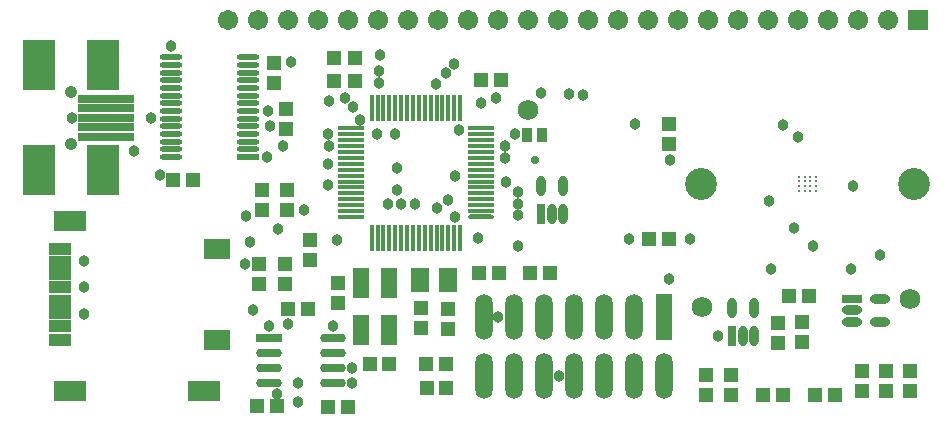
<source format=gts>
%FSTAX23Y23*%
%MOIN*%
%SFA1B1*%

%IPPOS*%
%ADD50R,0.047362X0.051299*%
%ADD51O,0.031614X0.067047*%
%ADD52R,0.031614X0.067047*%
%ADD53R,0.051299X0.047362*%
%ADD54O,0.057992X0.152874*%
%ADD55R,0.057992X0.152874*%
%ADD56R,0.086732X0.029646*%
%ADD57O,0.086732X0.029646*%
%ADD58R,0.185157X0.027677*%
%ADD59R,0.106417X0.165472*%
%ADD60R,0.034764X0.047362*%
%ADD61C,0.027992*%
%ADD62O,0.067047X0.031614*%
%ADD63R,0.067047X0.031614*%
%ADD64C,0.011890*%
%ADD65R,0.016654X0.086732*%
%ADD66R,0.086732X0.016654*%
%ADD67O,0.086732X0.016654*%
%ADD68R,0.063110X0.082795*%
%ADD69R,0.055236X0.098543*%
%ADD70R,0.074921X0.019803*%
%ADD71O,0.074921X0.019803*%
%ADD72R,0.086732X0.067047*%
%ADD73R,0.106417X0.067047*%
%ADD74R,0.076890X0.039488*%
%ADD75C,0.037992*%
%ADD76C,0.067992*%
%ADD77C,0.041457*%
%ADD78R,0.067047X0.067047*%
%ADD79C,0.067047*%
%ADD80C,0.106417*%
%LNmsp_mcu-1*%
%LPD*%
G54D50*
X02777Y02329D03*
Y02262D03*
X02693Y02181D03*
Y02248D03*
X02607Y0218D03*
Y02247D03*
X02654Y02919D03*
Y02852D03*
X02697Y02697D03*
Y02764D03*
X04414Y01987D03*
Y02053D03*
X04335Y01985D03*
Y02052D03*
X0418Y01879D03*
Y01812D03*
X04095Y01879D03*
Y01812D03*
X02614Y02495D03*
Y02429D03*
X03972Y02713D03*
Y02647D03*
X04777Y01892D03*
Y01825D03*
X04695Y01892D03*
Y01826D03*
X04614Y01892D03*
Y01825D03*
X0287Y02184D03*
Y02117D03*
X03237Y02099D03*
Y02032D03*
X03145Y021D03*
Y02033D03*
X027Y02495D03*
Y02429D03*
G54D51*
X04256Y02102D03*
X04181D03*
X04256Y02007D03*
X04219D03*
X0362Y02509D03*
X03546D03*
X0362Y02414D03*
X03583D03*
G54D52*
X04181Y02007D03*
X03546Y02414D03*
G54D53*
X03575Y02219D03*
X03509D03*
X0323Y01835D03*
X03164D03*
X02769Y02099D03*
X02702D03*
X03407Y02217D03*
X0334D03*
X0232Y02527D03*
X02387D03*
X04372Y02142D03*
X04439D03*
X03905Y0233D03*
X03972D03*
X0323Y01915D03*
X03163D03*
X0446Y0181D03*
X04526D03*
X04352Y0181D03*
X04286D03*
X03347Y02862D03*
X03413D03*
X0304Y01915D03*
X02974D03*
X02857Y02857D03*
X02924D03*
X02857Y02935D03*
X02924D03*
X02667Y01774D03*
X026D03*
X02902Y01772D03*
X02836D03*
G54D54*
X03355Y01875D03*
X03455D03*
X03355Y0207D03*
X03555D03*
X03455D03*
X03555Y01875D03*
X03655D03*
X03755D03*
X03855D03*
X03955D03*
X03655Y0207D03*
X03755D03*
X03855D03*
G54D55*
X03955Y0207D03*
G54D56*
X02639Y02D03*
G54D57*
X02639Y0195D03*
Y019D03*
Y0185D03*
X02852Y02D03*
Y0195D03*
Y019D03*
Y0185D03*
G54D58*
X02095Y02798D03*
Y02767D03*
Y02672D03*
Y02704D03*
Y02735D03*
G54D59*
X02086Y0291D03*
X01871D03*
X02086Y0256D03*
X01871D03*
G54D60*
X03549Y02679D03*
X035D03*
G54D61*
X03525Y02594D03*
G54D62*
X04677Y02055D03*
Y0213D03*
X04583Y02055D03*
Y02093D03*
G54D63*
X04583Y0213D03*
G54D64*
X04404Y02539D03*
Y02523D03*
Y02507D03*
Y02492D03*
X04424Y02539D03*
Y02523D03*
Y02507D03*
Y02492D03*
X04443Y02539D03*
Y02523D03*
Y02507D03*
Y02492D03*
X04463Y02539D03*
Y02523D03*
Y02507D03*
Y02492D03*
G54D65*
X03276Y02335D03*
X03257D03*
X03237D03*
X03217D03*
X03198D03*
X03178D03*
X03158D03*
X03139D03*
X03119D03*
X03099D03*
X0308D03*
X0306D03*
X0304D03*
X0302D03*
X03001D03*
X02981D03*
Y02769D03*
X03001D03*
X0302D03*
X0304D03*
X0306D03*
X0308D03*
X03099D03*
X03119D03*
X03139D03*
X03158D03*
X03178D03*
X03198D03*
X03217D03*
X03237D03*
X03257D03*
X03276D03*
G54D66*
X02912Y02404D03*
Y02424D03*
Y02444D03*
Y02463D03*
Y02483D03*
Y02503D03*
Y02522D03*
Y02542D03*
Y02562D03*
Y02582D03*
Y02601D03*
Y02621D03*
Y02641D03*
Y0266D03*
Y0268D03*
Y027D03*
X03345D03*
Y0268D03*
Y0266D03*
Y02641D03*
Y02621D03*
Y02601D03*
Y02582D03*
Y02562D03*
Y02542D03*
Y02522D03*
Y02503D03*
Y02483D03*
Y02463D03*
Y02444D03*
Y02424D03*
G54D67*
X03345Y02404D03*
G54D68*
X03143Y02195D03*
X03237D03*
G54D69*
X02946Y02185D03*
Y02027D03*
X0304Y02185D03*
Y02027D03*
G54D70*
X02569Y02605D03*
G54D71*
X02569Y0263D03*
Y02656D03*
Y02681D03*
Y02707D03*
Y02732D03*
Y02758D03*
Y02784D03*
Y02809D03*
Y02835D03*
Y0286D03*
Y02886D03*
Y02912D03*
Y02937D03*
X02311Y02605D03*
Y0263D03*
Y02656D03*
Y02681D03*
Y02707D03*
Y02732D03*
Y02758D03*
Y02784D03*
Y02809D03*
Y02835D03*
Y0286D03*
Y02886D03*
Y02912D03*
Y02937D03*
G54D72*
X02467Y02298D03*
Y01995D03*
G54D73*
X01977Y02392D03*
X02423Y01825D03*
X01977D03*
G54D74*
X01942Y01996D03*
Y0204D03*
Y02083D03*
Y02126D03*
Y0217D03*
Y02213D03*
Y02256D03*
Y02299D03*
G54D75*
X02634Y02758D03*
X02702Y02047D03*
X03394Y02802D03*
X02667Y01815D03*
X0326Y02405D03*
X02754Y02429D03*
X02839Y0279D03*
X0256Y02247D03*
X03272Y02695D03*
X02275Y02545D03*
X0219Y02624D03*
X02562Y02407D03*
X02669Y02364D03*
X02574Y0232D03*
X02587Y02095D03*
X02737Y01787D03*
X0346Y02682D03*
X04042Y0233D03*
X0284Y0264D03*
X02684D03*
X02712Y0292D03*
X03337Y02334D03*
X03345Y02784D03*
X04135Y02007D03*
X03605Y01875D03*
X03402Y0207D03*
X03547Y02817D03*
X0364Y02815D03*
X03687Y02812D03*
X03195Y02847D03*
X03229Y02885D03*
X03257Y02915D03*
X02244Y02735D03*
X0264Y02042D03*
X02852Y0204D03*
X0458Y02232D03*
X03234Y0246D03*
X03198Y02433D03*
X02943Y02727D03*
X02917Y0185D03*
Y019D03*
X02737Y0185D03*
X0306Y0268D03*
X03D03*
X02837Y02682D03*
X02835Y0251D03*
Y02582D03*
X0292Y0277D03*
X02864Y02329D03*
X03972Y02197D03*
X03975Y02594D03*
X03064Y02495D03*
X03065Y02569D03*
X03005Y02852D03*
X03005Y02892D03*
X02632Y02605D03*
X02642Y02707D03*
X03125Y02447D03*
X0308Y02449D03*
X03035Y02447D03*
X03425Y02642D03*
X03427Y026D03*
X03259Y02542D03*
X0347Y02307D03*
Y0241D03*
Y02449D03*
X03469Y02487D03*
X03429Y02522D03*
X0386Y02715D03*
X0384Y0233D03*
X04585Y02509D03*
X04452Y02309D03*
X0439Y02367D03*
X04312Y0223D03*
X04676Y02278D03*
X04307Y02457D03*
X04352Y0271D03*
X04402Y0267D03*
X01982Y02735D03*
X02312Y02974D03*
X02022Y02172D03*
Y02082D03*
X02022Y02257D03*
X02892Y028D03*
X0301Y02945D03*
G54D76*
X03502Y02762D03*
X04777Y02132D03*
X04082Y02104D03*
G54D77*
X0198Y02649D03*
Y02822D03*
G54D78*
X04802Y0306D03*
G54D79*
X02502Y0306D03*
X02602D03*
X02702D03*
X02802D03*
X02902D03*
X03002D03*
X03102D03*
X03202D03*
X03302D03*
X03402D03*
X03502D03*
X03602D03*
X03702D03*
X03802D03*
X03902D03*
X04002D03*
X04102D03*
X04202D03*
X04302D03*
X04402D03*
X04502D03*
X04602D03*
X04702D03*
G54D80*
X04788Y02515D03*
X04079D03*
M02*
</source>
